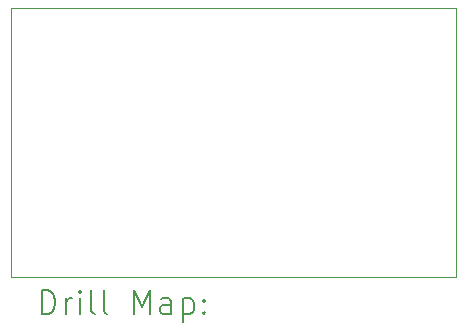
<source format=gbr>
%TF.GenerationSoftware,KiCad,Pcbnew,9.0.1*%
%TF.CreationDate,2025-09-23T20:37:32+02:00*%
%TF.ProjectId,blikac-smd,626c696b-6163-42d7-936d-642e6b696361,rev?*%
%TF.SameCoordinates,Original*%
%TF.FileFunction,Drillmap*%
%TF.FilePolarity,Positive*%
%FSLAX45Y45*%
G04 Gerber Fmt 4.5, Leading zero omitted, Abs format (unit mm)*
G04 Created by KiCad (PCBNEW 9.0.1) date 2025-09-23 20:37:32*
%MOMM*%
%LPD*%
G01*
G04 APERTURE LIST*
%ADD10C,0.050000*%
%ADD11C,0.200000*%
G04 APERTURE END LIST*
D10*
X12040000Y-6540000D02*
X15800000Y-6540000D01*
X15800000Y-8820000D01*
X12040000Y-8820000D01*
X12040000Y-6540000D01*
D11*
X12298277Y-9133984D02*
X12298277Y-8933984D01*
X12298277Y-8933984D02*
X12345896Y-8933984D01*
X12345896Y-8933984D02*
X12374467Y-8943508D01*
X12374467Y-8943508D02*
X12393515Y-8962555D01*
X12393515Y-8962555D02*
X12403039Y-8981603D01*
X12403039Y-8981603D02*
X12412562Y-9019698D01*
X12412562Y-9019698D02*
X12412562Y-9048270D01*
X12412562Y-9048270D02*
X12403039Y-9086365D01*
X12403039Y-9086365D02*
X12393515Y-9105412D01*
X12393515Y-9105412D02*
X12374467Y-9124460D01*
X12374467Y-9124460D02*
X12345896Y-9133984D01*
X12345896Y-9133984D02*
X12298277Y-9133984D01*
X12498277Y-9133984D02*
X12498277Y-9000650D01*
X12498277Y-9038746D02*
X12507801Y-9019698D01*
X12507801Y-9019698D02*
X12517324Y-9010174D01*
X12517324Y-9010174D02*
X12536372Y-9000650D01*
X12536372Y-9000650D02*
X12555420Y-9000650D01*
X12622086Y-9133984D02*
X12622086Y-9000650D01*
X12622086Y-8933984D02*
X12612562Y-8943508D01*
X12612562Y-8943508D02*
X12622086Y-8953031D01*
X12622086Y-8953031D02*
X12631610Y-8943508D01*
X12631610Y-8943508D02*
X12622086Y-8933984D01*
X12622086Y-8933984D02*
X12622086Y-8953031D01*
X12745896Y-9133984D02*
X12726848Y-9124460D01*
X12726848Y-9124460D02*
X12717324Y-9105412D01*
X12717324Y-9105412D02*
X12717324Y-8933984D01*
X12850658Y-9133984D02*
X12831610Y-9124460D01*
X12831610Y-9124460D02*
X12822086Y-9105412D01*
X12822086Y-9105412D02*
X12822086Y-8933984D01*
X13079229Y-9133984D02*
X13079229Y-8933984D01*
X13079229Y-8933984D02*
X13145896Y-9076841D01*
X13145896Y-9076841D02*
X13212562Y-8933984D01*
X13212562Y-8933984D02*
X13212562Y-9133984D01*
X13393515Y-9133984D02*
X13393515Y-9029222D01*
X13393515Y-9029222D02*
X13383991Y-9010174D01*
X13383991Y-9010174D02*
X13364943Y-9000650D01*
X13364943Y-9000650D02*
X13326848Y-9000650D01*
X13326848Y-9000650D02*
X13307801Y-9010174D01*
X13393515Y-9124460D02*
X13374467Y-9133984D01*
X13374467Y-9133984D02*
X13326848Y-9133984D01*
X13326848Y-9133984D02*
X13307801Y-9124460D01*
X13307801Y-9124460D02*
X13298277Y-9105412D01*
X13298277Y-9105412D02*
X13298277Y-9086365D01*
X13298277Y-9086365D02*
X13307801Y-9067317D01*
X13307801Y-9067317D02*
X13326848Y-9057793D01*
X13326848Y-9057793D02*
X13374467Y-9057793D01*
X13374467Y-9057793D02*
X13393515Y-9048270D01*
X13488753Y-9000650D02*
X13488753Y-9200650D01*
X13488753Y-9010174D02*
X13507801Y-9000650D01*
X13507801Y-9000650D02*
X13545896Y-9000650D01*
X13545896Y-9000650D02*
X13564943Y-9010174D01*
X13564943Y-9010174D02*
X13574467Y-9019698D01*
X13574467Y-9019698D02*
X13583991Y-9038746D01*
X13583991Y-9038746D02*
X13583991Y-9095889D01*
X13583991Y-9095889D02*
X13574467Y-9114936D01*
X13574467Y-9114936D02*
X13564943Y-9124460D01*
X13564943Y-9124460D02*
X13545896Y-9133984D01*
X13545896Y-9133984D02*
X13507801Y-9133984D01*
X13507801Y-9133984D02*
X13488753Y-9124460D01*
X13669705Y-9114936D02*
X13679229Y-9124460D01*
X13679229Y-9124460D02*
X13669705Y-9133984D01*
X13669705Y-9133984D02*
X13660182Y-9124460D01*
X13660182Y-9124460D02*
X13669705Y-9114936D01*
X13669705Y-9114936D02*
X13669705Y-9133984D01*
X13669705Y-9010174D02*
X13679229Y-9019698D01*
X13679229Y-9019698D02*
X13669705Y-9029222D01*
X13669705Y-9029222D02*
X13660182Y-9019698D01*
X13660182Y-9019698D02*
X13669705Y-9010174D01*
X13669705Y-9010174D02*
X13669705Y-9029222D01*
M02*

</source>
